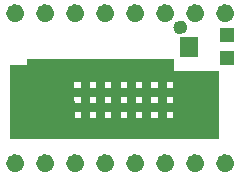
<source format=gts>
G04 #@! TF.GenerationSoftware,KiCad,Pcbnew,5.1.6-c6e7f7d~87~ubuntu18.04.1*
G04 #@! TF.CreationDate,2020-09-14T18:26:16+02:00*
G04 #@! TF.ProjectId,cooldrv,636f6f6c-6472-4762-9e6b-696361645f70,rev?*
G04 #@! TF.SameCoordinates,Original*
G04 #@! TF.FileFunction,Soldermask,Top*
G04 #@! TF.FilePolarity,Negative*
%FSLAX46Y46*%
G04 Gerber Fmt 4.6, Leading zero omitted, Abs format (unit mm)*
G04 Created by KiCad (PCBNEW 5.1.6-c6e7f7d~87~ubuntu18.04.1) date 2020-09-14 18:26:16*
%MOMM*%
%LPD*%
G01*
G04 APERTURE LIST*
%ADD10C,0.600000*%
%ADD11C,0.800000*%
%ADD12C,0.100000*%
%ADD13R,1.601600X1.701600*%
%ADD14R,1.301600X1.301600*%
G04 APERTURE END LIST*
D10*
X153825000Y-99850000D02*
G75*
G03*
X153825000Y-99850000I-300000J0D01*
G01*
D11*
X157730000Y-98660000D02*
G75*
G03*
X157730000Y-98660000I-400000J0D01*
G01*
X155190000Y-98660000D02*
G75*
G03*
X155190000Y-98660000I-400000J0D01*
G01*
X152650000Y-98660000D02*
G75*
G03*
X152650000Y-98660000I-400000J0D01*
G01*
X150110000Y-98660000D02*
G75*
G03*
X150110000Y-98660000I-400000J0D01*
G01*
X147570000Y-98660000D02*
G75*
G03*
X147570000Y-98660000I-400000J0D01*
G01*
X145030000Y-98660000D02*
G75*
G03*
X145030000Y-98660000I-400000J0D01*
G01*
X142490000Y-98660000D02*
G75*
G03*
X142490000Y-98660000I-400000J0D01*
G01*
X139950000Y-98660000D02*
G75*
G03*
X139950000Y-98660000I-400000J0D01*
G01*
X157730000Y-111360000D02*
G75*
G03*
X157730000Y-111360000I-400000J0D01*
G01*
X155190000Y-111360000D02*
G75*
G03*
X155190000Y-111360000I-400000J0D01*
G01*
X152650000Y-111360000D02*
G75*
G03*
X152650000Y-111360000I-400000J0D01*
G01*
X150110000Y-111360000D02*
G75*
G03*
X150110000Y-111360000I-400000J0D01*
G01*
X147570000Y-111360000D02*
G75*
G03*
X147570000Y-111360000I-400000J0D01*
G01*
X145030000Y-111360000D02*
G75*
G03*
X145030000Y-111360000I-400000J0D01*
G01*
X142490000Y-111360000D02*
G75*
G03*
X142490000Y-111360000I-400000J0D01*
G01*
X139950000Y-111360000D02*
G75*
G03*
X139950000Y-111360000I-400000J0D01*
G01*
D12*
G36*
X145800000Y-107975000D02*
G01*
X145100000Y-108000000D01*
X145100000Y-104150000D01*
X145800000Y-104125000D01*
X145800000Y-107975000D01*
G37*
X145800000Y-107975000D02*
X145100000Y-108000000D01*
X145100000Y-104150000D01*
X145800000Y-104125000D01*
X145800000Y-107975000D01*
G36*
X147100000Y-107975000D02*
G01*
X146400000Y-108000000D01*
X146400000Y-104150000D01*
X147100000Y-104125000D01*
X147100000Y-107975000D01*
G37*
X147100000Y-107975000D02*
X146400000Y-108000000D01*
X146400000Y-104150000D01*
X147100000Y-104125000D01*
X147100000Y-107975000D01*
G36*
X148400000Y-107975000D02*
G01*
X147700000Y-108000000D01*
X147700000Y-104150000D01*
X148400000Y-104125000D01*
X148400000Y-107975000D01*
G37*
X148400000Y-107975000D02*
X147700000Y-108000000D01*
X147700000Y-104150000D01*
X148400000Y-104125000D01*
X148400000Y-107975000D01*
G36*
X149700000Y-107975000D02*
G01*
X149000000Y-108000000D01*
X149000000Y-104150000D01*
X149700000Y-104125000D01*
X149700000Y-107975000D01*
G37*
X149700000Y-107975000D02*
X149000000Y-108000000D01*
X149000000Y-104150000D01*
X149700000Y-104125000D01*
X149700000Y-107975000D01*
G36*
X151000000Y-107975000D02*
G01*
X150300000Y-108000000D01*
X150300000Y-104150000D01*
X151000000Y-104125000D01*
X151000000Y-107975000D01*
G37*
X151000000Y-107975000D02*
X150300000Y-108000000D01*
X150300000Y-104150000D01*
X151000000Y-104125000D01*
X151000000Y-107975000D01*
G36*
X152300000Y-107975000D02*
G01*
X151600000Y-108000000D01*
X151600000Y-104150000D01*
X152300000Y-104125000D01*
X152300000Y-107975000D01*
G37*
X152300000Y-107975000D02*
X151600000Y-108000000D01*
X151600000Y-104150000D01*
X152300000Y-104125000D01*
X152300000Y-107975000D01*
G36*
X153000000Y-105700000D02*
G01*
X144250000Y-105700000D01*
X144250000Y-104975000D01*
X153000000Y-104975000D01*
X153000000Y-105700000D01*
G37*
X153000000Y-105700000D02*
X144250000Y-105700000D01*
X144250000Y-104975000D01*
X153000000Y-104975000D01*
X153000000Y-105700000D01*
G36*
X153000000Y-106950000D02*
G01*
X144250000Y-106950000D01*
X144250000Y-106275000D01*
X153000000Y-106275000D01*
X153000000Y-106950000D01*
G37*
X153000000Y-106950000D02*
X144250000Y-106950000D01*
X144250000Y-106275000D01*
X153000000Y-106275000D01*
X153000000Y-106950000D01*
G36*
X152900000Y-103000000D02*
G01*
X152925000Y-104400000D01*
X144475000Y-104400000D01*
X144525000Y-107600000D01*
X139150000Y-107700000D01*
X139100000Y-103000000D01*
X140550000Y-103000000D01*
X140550000Y-102550000D01*
X152900000Y-102500000D01*
X152900000Y-103000000D01*
G37*
X152900000Y-103000000D02*
X152925000Y-104400000D01*
X144475000Y-104400000D01*
X144525000Y-107600000D01*
X139150000Y-107700000D01*
X139100000Y-103000000D01*
X140550000Y-103000000D01*
X140550000Y-102550000D01*
X152900000Y-102500000D01*
X152900000Y-103000000D01*
G36*
X152900000Y-109200000D02*
G01*
X139100000Y-109200000D01*
X139125000Y-107550000D01*
X152925000Y-107550000D01*
X152900000Y-109200000D01*
G37*
X152900000Y-109200000D02*
X139100000Y-109200000D01*
X139125000Y-107550000D01*
X152925000Y-107550000D01*
X152900000Y-109200000D01*
G36*
X156750000Y-109250000D02*
G01*
X152900000Y-109250000D01*
X152900000Y-103550000D01*
X156750000Y-103550000D01*
X156750000Y-109250000D01*
G37*
X156750000Y-109250000D02*
X152900000Y-109250000D01*
X152900000Y-103550000D01*
X156750000Y-103550000D01*
X156750000Y-109250000D01*
D13*
G04 #@! TO.C,U$2*
X154268600Y-101473600D03*
D14*
X157518600Y-102473600D03*
X157518600Y-100473600D03*
G04 #@! TD*
M02*

</source>
